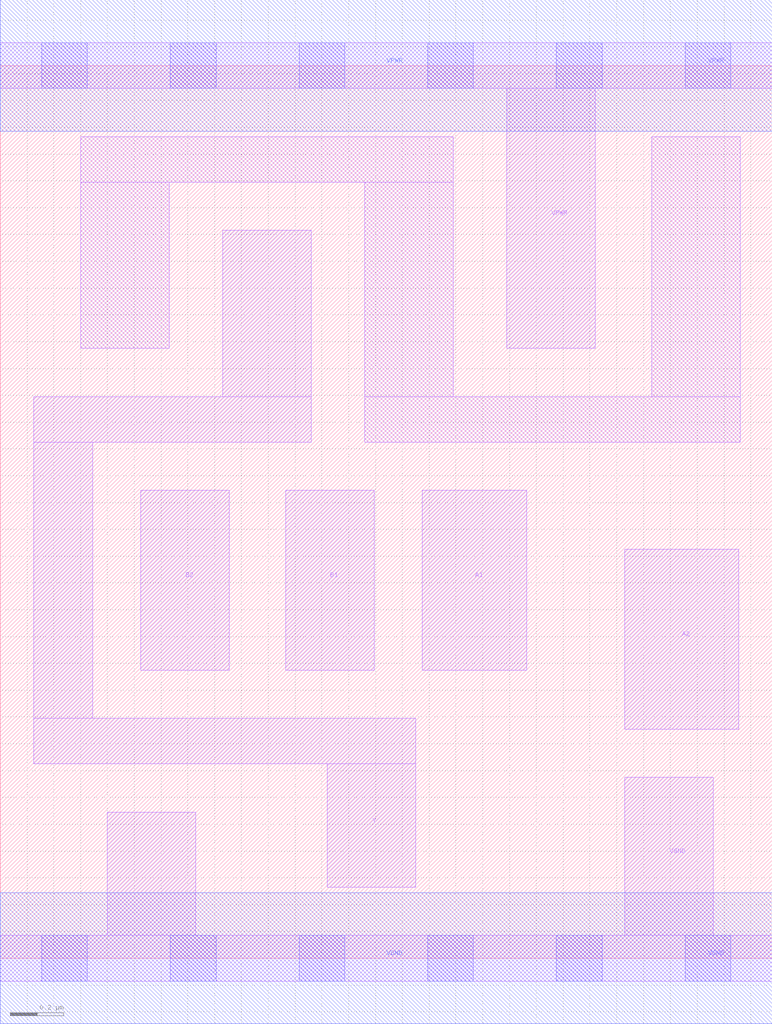
<source format=lef>
# Copyright 2020 The SkyWater PDK Authors
#
# Licensed under the Apache License, Version 2.0 (the "License");
# you may not use this file except in compliance with the License.
# You may obtain a copy of the License at
#
#     https://www.apache.org/licenses/LICENSE-2.0
#
# Unless required by applicable law or agreed to in writing, software
# distributed under the License is distributed on an "AS IS" BASIS,
# WITHOUT WARRANTIES OR CONDITIONS OF ANY KIND, either express or implied.
# See the License for the specific language governing permissions and
# limitations under the License.
#
# SPDX-License-Identifier: Apache-2.0

VERSION 5.7 ;
  NAMESCASESENSITIVE ON ;
  NOWIREEXTENSIONATPIN ON ;
  DIVIDERCHAR "/" ;
  BUSBITCHARS "[]" ;
UNITS
  DATABASE MICRONS 200 ;
END UNITS
MACRO sky130_fd_sc_lp__a22oi_lp
  CLASS CORE ;
  SOURCE USER ;
  FOREIGN sky130_fd_sc_lp__a22oi_lp ;
  ORIGIN  0.000000  0.000000 ;
  SIZE  2.880000 BY  3.330000 ;
  SYMMETRY X Y R90 ;
  SITE unit ;
  PIN A1
    ANTENNAGATEAREA  0.313000 ;
    DIRECTION INPUT ;
    USE SIGNAL ;
    PORT
      LAYER li1 ;
        RECT 1.575000 1.075000 1.965000 1.745000 ;
    END
  END A1
  PIN A2
    ANTENNAGATEAREA  0.313000 ;
    DIRECTION INPUT ;
    USE SIGNAL ;
    PORT
      LAYER li1 ;
        RECT 2.330000 0.855000 2.755000 1.525000 ;
    END
  END A2
  PIN B1
    ANTENNAGATEAREA  0.313000 ;
    DIRECTION INPUT ;
    USE SIGNAL ;
    PORT
      LAYER li1 ;
        RECT 1.065000 1.075000 1.395000 1.745000 ;
    END
  END B1
  PIN B2
    ANTENNAGATEAREA  0.313000 ;
    DIRECTION INPUT ;
    USE SIGNAL ;
    PORT
      LAYER li1 ;
        RECT 0.525000 1.075000 0.855000 1.745000 ;
    END
  END B2
  PIN Y
    ANTENNADIFFAREA  0.443800 ;
    DIRECTION OUTPUT ;
    USE SIGNAL ;
    PORT
      LAYER li1 ;
        RECT 0.125000 0.725000 1.550000 0.895000 ;
        RECT 0.125000 0.895000 0.345000 1.925000 ;
        RECT 0.125000 1.925000 1.160000 2.095000 ;
        RECT 0.830000 2.095000 1.160000 2.715000 ;
        RECT 1.220000 0.265000 1.550000 0.725000 ;
    END
  END Y
  PIN VGND
    DIRECTION INOUT ;
    USE GROUND ;
    PORT
      LAYER li1 ;
        RECT 0.000000 -0.085000 2.880000 0.085000 ;
        RECT 0.400000  0.085000 0.730000 0.545000 ;
        RECT 2.330000  0.085000 2.660000 0.675000 ;
      LAYER mcon ;
        RECT 0.155000 -0.085000 0.325000 0.085000 ;
        RECT 0.635000 -0.085000 0.805000 0.085000 ;
        RECT 1.115000 -0.085000 1.285000 0.085000 ;
        RECT 1.595000 -0.085000 1.765000 0.085000 ;
        RECT 2.075000 -0.085000 2.245000 0.085000 ;
        RECT 2.555000 -0.085000 2.725000 0.085000 ;
      LAYER met1 ;
        RECT 0.000000 -0.245000 2.880000 0.245000 ;
    END
  END VGND
  PIN VPWR
    DIRECTION INOUT ;
    USE POWER ;
    PORT
      LAYER li1 ;
        RECT 0.000000 3.245000 2.880000 3.415000 ;
        RECT 1.890000 2.275000 2.220000 3.245000 ;
      LAYER mcon ;
        RECT 0.155000 3.245000 0.325000 3.415000 ;
        RECT 0.635000 3.245000 0.805000 3.415000 ;
        RECT 1.115000 3.245000 1.285000 3.415000 ;
        RECT 1.595000 3.245000 1.765000 3.415000 ;
        RECT 2.075000 3.245000 2.245000 3.415000 ;
        RECT 2.555000 3.245000 2.725000 3.415000 ;
      LAYER met1 ;
        RECT 0.000000 3.085000 2.880000 3.575000 ;
    END
  END VPWR
  OBS
    LAYER li1 ;
      RECT 0.300000 2.275000 0.630000 2.895000 ;
      RECT 0.300000 2.895000 1.690000 3.065000 ;
      RECT 1.360000 1.925000 2.760000 2.095000 ;
      RECT 1.360000 2.095000 1.690000 2.895000 ;
      RECT 2.430000 2.095000 2.760000 3.065000 ;
  END
END sky130_fd_sc_lp__a22oi_lp

</source>
